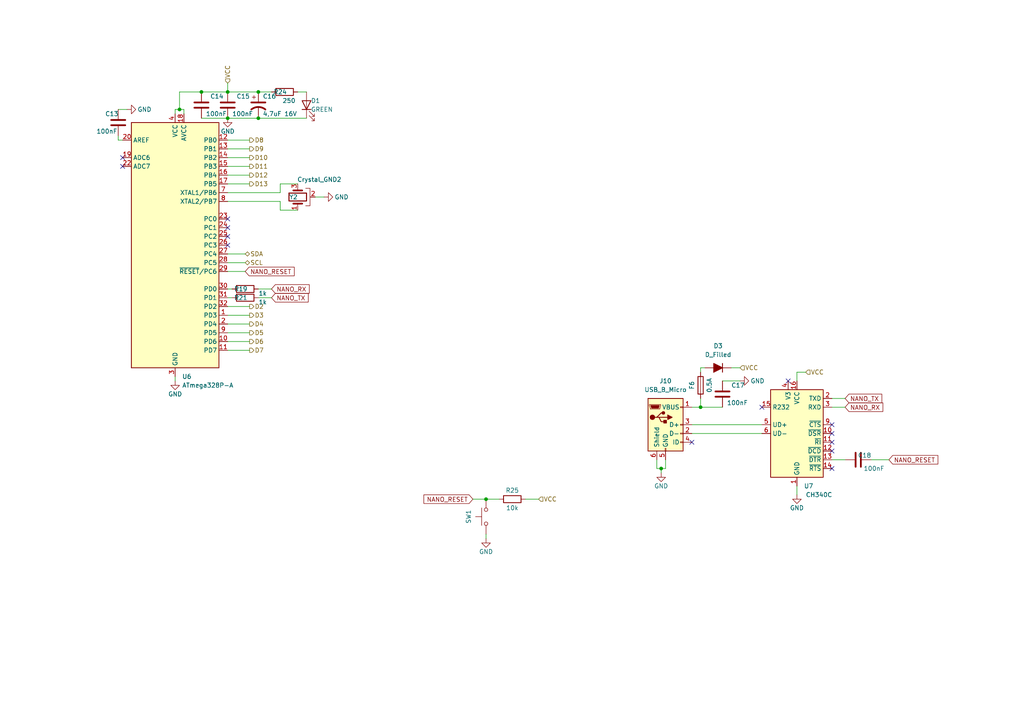
<source format=kicad_sch>
(kicad_sch (version 20211123) (generator eeschema)
  (paper "A4")
  (lib_symbols
    (symbol "Connector:USB_B_Micro" (pin_names (offset 1.016))
      (property "Reference" "J" (at -5.08 11.43 0))
      (property "Value" "USB_B_Micro" (at -5.08 8.89 0))
      (symbol "USB_B_Micro_0_1"
        (rectangle (start -5.08 -7.62) (end 5.08 7.62) (stroke (width 0.254)) (fill (type background)))
        (circle (center -3.81 2.159) (radius 0.635) (stroke (width 0.254)) (fill (type outline)))
        (circle (center -0.635 3.429) (radius 0.381) (stroke (width 0.254)) (fill (type outline)))
        (rectangle (start -0.127 -7.62) (end 0.127 -6.858))
        (polyline (pts (xy -1.905 2.159) (xy 0.635 2.159)) (stroke (width 0.254)))
        (polyline (pts (xy -3.175 2.159) (xy -2.54 2.159) (xy -1.27 3.429) (xy -0.635 3.429)) (stroke (width 0.254)))
        (polyline (pts (xy -2.54 2.159) (xy -1.905 2.159) (xy -1.27 0.889) (xy 0 0.889)) (stroke (width 0.254)))
        (polyline (pts (xy 0.635 2.794) (xy 0.635 1.524) (xy 1.905 2.159) (xy 0.635 2.794)) (stroke (width 0.254)) (fill (type outline)))
        (polyline (pts (xy -4.318 5.588) (xy -1.778 5.588) (xy -2.032 4.826) (xy -4.064 4.826) (xy -4.318 5.588)) (fill (type outline)))
        (polyline (pts (xy -4.699 5.842) (xy -4.699 5.588) (xy -4.445 4.826) (xy -4.445 4.572) (xy -1.651 4.572) (xy -1.651 4.826) (xy -1.397 5.588) (xy -1.397 5.842) (xy -4.699 5.842)))
        (rectangle (start 0.254 1.27) (end -0.508 0.508) (stroke (width 0.254)) (fill (type outline)))
        (rectangle (start 5.08 -5.207) (end 4.318 -4.953))
        (rectangle (start 5.08 -2.667) (end 4.318 -2.413))
        (rectangle (start 5.08 -0.127) (end 4.318 0.127))
        (rectangle (start 5.08 4.953) (end 4.318 5.207))
      )
      (symbol "USB_B_Micro_1_1"
        (pin power_out line (at 7.62 5.08 180) (length 2.54) (name "VBUS") (number "1"))
        (pin bidirectional line (at 7.62 -2.54 180) (length 2.54) (name "D-") (number "2"))
        (pin bidirectional line (at 7.62 0 180) (length 2.54) (name "D+") (number "3"))
        (pin passive line (at 7.62 -5.08 180) (length 2.54) (name "ID") (number "4"))
        (pin power_out line (at 0 -10.16 90) (length 2.54) (name "GND") (number "5"))
        (pin passive line (at -2.54 -10.16 90) (length 2.54) (name "Shield") (number "6"))
      )
    )
    (symbol "Device:C" (pin_numbers hide) (pin_names (offset 0.254))
      (property "Reference" "C" (at 0.635 2.54 0))
      (property "Value" "C" (at 0.635 -2.54 0))
      (symbol "C_0_1"
        (polyline (pts (xy -2.032 -0.762) (xy 2.032 -0.762)) (stroke (width 0.508)))
        (polyline (pts (xy -2.032 0.762) (xy 2.032 0.762)) (stroke (width 0.508)))
      )
      (symbol "C_1_1"
        (pin passive line (at 0 3.81 270) (length 2.794) (name "~") (number "1"))
        (pin passive line (at 0 -3.81 90) (length 2.794) (name "~") (number "2"))
      )
    )
    (symbol "Device:C_Polarized_US" (pin_numbers hide) (pin_names (offset 0.254) hide)
      (property "Reference" "C" (at 0.635 2.54 0))
      (property "Value" "C_Polarized_US" (at 0.635 -2.54 0))
      (symbol "C_Polarized_US_0_1"
        (polyline (pts (xy -2.032 0.762) (xy 2.032 0.762)) (stroke (width 0.508)))
        (polyline (pts (xy -1.778 2.286) (xy -0.762 2.286)))
        (polyline (pts (xy -1.27 1.778) (xy -1.27 2.794)))
        (arc (start 2.032 -1.27) (mid 0 -0.5572) (end -2.032 -1.27) (stroke (width 0.508)))
      )
      (symbol "C_Polarized_US_1_1"
        (pin passive line (at 0 3.81 270) (length 2.794) (name "~") (number "1"))
        (pin passive line (at 0 -3.81 90) (length 3.302) (name "~") (number "2"))
      )
    )
    (symbol "Device:Crystal_GND2" (pin_names (offset 1.016) hide)
      (property "Reference" "Y" (at 0 5.715 0))
      (property "Value" "Crystal_GND2" (at 0 3.81 0))
      (symbol "Crystal_GND2_0_1"
        (rectangle (start -1.143 2.54) (end 1.143 -2.54) (stroke (width 0.3048)))
        (polyline (pts (xy -2.54 0) (xy -1.905 0)))
        (polyline (pts (xy -1.905 -1.27) (xy -1.905 1.27)) (stroke (width 0.508)))
        (polyline (pts (xy 0 -3.81) (xy 0 -3.556)))
        (polyline (pts (xy 1.905 0) (xy 2.54 0)))
        (polyline (pts (xy 1.905 1.27) (xy 1.905 -1.27)) (stroke (width 0.508)))
        (polyline (pts (xy -2.54 -2.286) (xy -2.54 -3.556) (xy 2.54 -3.556) (xy 2.54 -2.286)))
      )
      (symbol "Crystal_GND2_1_1"
        (pin passive line (at -3.81 0 0) (length 1.27) (name "1") (number "1"))
        (pin passive line (at 0 -5.08 90) (length 1.27) (name "2") (number "2"))
        (pin passive line (at 3.81 0 180) (length 1.27) (name "3") (number "3"))
      )
    )
    (symbol "Device:D_Filled" (pin_numbers hide) (pin_names (offset 1.016) hide)
      (property "Reference" "D" (at 0 2.54 0))
      (property "Value" "D_Filled" (at 0 -2.54 0))
      (symbol "D_Filled_0_1"
        (polyline (pts (xy -1.27 1.27) (xy -1.27 -1.27)) (stroke (width 0.254)))
        (polyline (pts (xy 1.27 0) (xy -1.27 0)))
        (polyline (pts (xy 1.27 1.27) (xy 1.27 -1.27) (xy -1.27 0) (xy 1.27 1.27)) (stroke (width 0.254)) (fill (type outline)))
      )
      (symbol "D_Filled_1_1"
        (pin passive line (at -3.81 0 0) (length 2.54) (name "K") (number "1"))
        (pin passive line (at 3.81 0 180) (length 2.54) (name "A") (number "2"))
      )
    )
    (symbol "Device:Fuse" (pin_numbers hide) (pin_names (offset 0))
      (property "Reference" "F" (at 2.032 0 90))
      (property "Value" "Fuse" (at -1.905 0 90))
      (symbol "Fuse_0_1"
        (rectangle (start -0.762 -2.54) (end 0.762 2.54) (stroke (width 0.254)))
        (polyline (pts (xy 0 2.54) (xy 0 -2.54)))
      )
      (symbol "Fuse_1_1"
        (pin passive line (at 0 3.81 270) (length 1.27) (name "~") (number "1"))
        (pin passive line (at 0 -3.81 90) (length 1.27) (name "~") (number "2"))
      )
    )
    (symbol "Device:LED" (pin_numbers hide) (pin_names (offset 1.016) hide)
      (property "Reference" "D" (at 0 2.54 0))
      (property "Value" "LED" (at 0 -2.54 0))
      (symbol "LED_0_1"
        (polyline (pts (xy -1.27 -1.27) (xy -1.27 1.27)) (stroke (width 0.254)))
        (polyline (pts (xy -1.27 0) (xy 1.27 0)))
        (polyline (pts (xy 1.27 -1.27) (xy 1.27 1.27) (xy -1.27 0) (xy 1.27 -1.27)) (stroke (width 0.254)))
        (polyline (pts (xy -3.048 -0.762) (xy -4.572 -2.286) (xy -3.81 -2.286) (xy -4.572 -2.286) (xy -4.572 -1.524)))
        (polyline (pts (xy -1.778 -0.762) (xy -3.302 -2.286) (xy -2.54 -2.286) (xy -3.302 -2.286) (xy -3.302 -1.524)))
      )
      (symbol "LED_1_1"
        (pin passive line (at -3.81 0 0) (length 2.54) (name "K") (number "1"))
        (pin passive line (at 3.81 0 180) (length 2.54) (name "A") (number "2"))
      )
    )
    (symbol "Device:R" (pin_numbers hide) (pin_names (offset 0))
      (property "Reference" "R" (at 2.032 0 90))
      (property "Value" "R" (at 0 0 90))
      (symbol "R_0_1"
        (rectangle (start -1.016 -2.54) (end 1.016 2.54) (stroke (width 0.254)))
      )
      (symbol "R_1_1"
        (pin passive line (at 0 3.81 270) (length 1.27) (name "~") (number "1"))
        (pin passive line (at 0 -3.81 90) (length 1.27) (name "~") (number "2"))
      )
    )
    (symbol "Interface_USB:CH340C"
      (property "Reference" "U" (at -5.08 13.97 0))
      (property "Value" "CH340C" (at 1.27 13.97 0))
      (symbol "CH340C_0_1"
        (rectangle (start -7.62 12.7) (end 7.62 -12.7) (stroke (width 0.254)) (fill (type background)))
      )
      (symbol "CH340C_1_1"
        (pin power_in line (at 0 -15.24 90) (length 2.54) (name "GND") (number "1"))
        (pin input line (at 10.16 0 180) (length 2.54) (name "~{DSR}") (number "10"))
        (pin input line (at 10.16 -2.54 180) (length 2.54) (name "~{RI}") (number "11"))
        (pin input line (at 10.16 -5.08 180) (length 2.54) (name "~{DCD}") (number "12"))
        (pin output line (at 10.16 -7.62 180) (length 2.54) (name "~{DTR}") (number "13"))
        (pin output line (at 10.16 -10.16 180) (length 2.54) (name "~{RTS}") (number "14"))
        (pin input line (at -10.16 7.62 0) (length 2.54) (name "R232") (number "15"))
        (pin power_in line (at 0 15.24 270) (length 2.54) (name "VCC") (number "16"))
        (pin output line (at 10.16 10.16 180) (length 2.54) (name "TXD") (number "2"))
        (pin input line (at 10.16 7.62 180) (length 2.54) (name "RXD") (number "3"))
        (pin passive line (at -2.54 15.24 270) (length 2.54) (name "V3") (number "4"))
        (pin bidirectional line (at -10.16 2.54 0) (length 2.54) (name "UD+") (number "5"))
        (pin bidirectional line (at -10.16 0 0) (length 2.54) (name "UD-") (number "6"))
        (pin no_connect line (at -7.62 -7.62 0) (length 2.54) hide (name "NC") (number "7"))
        (pin no_connect line (at -7.62 -10.16 0) (length 2.54) hide (name "NC") (number "8"))
        (pin input line (at 10.16 2.54 180) (length 2.54) (name "~{CTS}") (number "9"))
      )
    )
    (symbol "MCU_Microchip_ATmega:ATmega328P-A"
      (property "Reference" "U" (at -12.7 36.83 0))
      (property "Value" "ATmega328P-A" (at 2.54 -36.83 0))
      (symbol "ATmega328P-A_0_1"
        (rectangle (start -12.7 -35.56) (end 12.7 35.56) (stroke (width 0.254)) (fill (type background)))
      )
      (symbol "ATmega328P-A_1_1"
        (pin bidirectional line (at 15.24 -20.32 180) (length 2.54) (name "PD3") (number "1"))
        (pin bidirectional line (at 15.24 -27.94 180) (length 2.54) (name "PD6") (number "10"))
        (pin bidirectional line (at 15.24 -30.48 180) (length 2.54) (name "PD7") (number "11"))
        (pin bidirectional line (at 15.24 30.48 180) (length 2.54) (name "PB0") (number "12"))
        (pin bidirectional line (at 15.24 27.94 180) (length 2.54) (name "PB1") (number "13"))
        (pin bidirectional line (at 15.24 25.4 180) (length 2.54) (name "PB2") (number "14"))
        (pin bidirectional line (at 15.24 22.86 180) (length 2.54) (name "PB3") (number "15"))
        (pin bidirectional line (at 15.24 20.32 180) (length 2.54) (name "PB4") (number "16"))
        (pin bidirectional line (at 15.24 17.78 180) (length 2.54) (name "PB5") (number "17"))
        (pin power_in line (at 2.54 38.1 270) (length 2.54) (name "AVCC") (number "18"))
        (pin input line (at -15.24 25.4 0) (length 2.54) (name "ADC6") (number "19"))
        (pin bidirectional line (at 15.24 -22.86 180) (length 2.54) (name "PD4") (number "2"))
        (pin passive line (at -15.24 30.48 0) (length 2.54) (name "AREF") (number "20"))
        (pin passive line (at 0 -38.1 90) (length 2.54) hide (name "GND") (number "21"))
        (pin input line (at -15.24 22.86 0) (length 2.54) (name "ADC7") (number "22"))
        (pin bidirectional line (at 15.24 7.62 180) (length 2.54) (name "PC0") (number "23"))
        (pin bidirectional line (at 15.24 5.08 180) (length 2.54) (name "PC1") (number "24"))
        (pin bidirectional line (at 15.24 2.54 180) (length 2.54) (name "PC2") (number "25"))
        (pin bidirectional line (at 15.24 0 180) (length 2.54) (name "PC3") (number "26"))
        (pin bidirectional line (at 15.24 -2.54 180) (length 2.54) (name "PC4") (number "27"))
        (pin bidirectional line (at 15.24 -5.08 180) (length 2.54) (name "PC5") (number "28"))
        (pin bidirectional line (at 15.24 -7.62 180) (length 2.54) (name "~{RESET}/PC6") (number "29"))
        (pin power_in line (at 0 -38.1 90) (length 2.54) (name "GND") (number "3"))
        (pin bidirectional line (at 15.24 -12.7 180) (length 2.54) (name "PD0") (number "30"))
        (pin bidirectional line (at 15.24 -15.24 180) (length 2.54) (name "PD1") (number "31"))
        (pin bidirectional line (at 15.24 -17.78 180) (length 2.54) (name "PD2") (number "32"))
        (pin power_in line (at 0 38.1 270) (length 2.54) (name "VCC") (number "4"))
        (pin passive line (at 0 -38.1 90) (length 2.54) hide (name "GND") (number "5"))
        (pin passive line (at 0 38.1 270) (length 2.54) hide (name "VCC") (number "6"))
        (pin bidirectional line (at 15.24 15.24 180) (length 2.54) (name "XTAL1/PB6") (number "7"))
        (pin bidirectional line (at 15.24 12.7 180) (length 2.54) (name "XTAL2/PB7") (number "8"))
        (pin bidirectional line (at 15.24 -25.4 180) (length 2.54) (name "PD5") (number "9"))
      )
    )
    (symbol "Switch:SW_Push" (pin_numbers hide) (pin_names (offset 1.016) hide)
      (property "Reference" "SW" (at 1.27 2.54 0))
      (property "Value" "SW_Push" (at 0 -1.524 0))
      (symbol "SW_Push_0_1"
        (circle (center -2.032 0) (radius 0.508))
        (polyline (pts (xy 0 1.27) (xy 0 3.048)))
        (polyline (pts (xy 2.54 1.27) (xy -2.54 1.27)))
        (circle (center 2.032 0) (radius 0.508))
        (pin passive line (at -5.08 0 0) (length 2.54) (name "1") (number "1"))
        (pin passive line (at 5.08 0 180) (length 2.54) (name "2") (number "2"))
      )
    )
    (symbol "power:GND" (power) (pin_names (offset 0))
      (property "Value" "GND" (at 0 -3.81 0))
      (symbol "GND_0_1"
        (polyline (pts (xy 0 0) (xy 0 -1.27) (xy 1.27 -1.27) (xy 0 -2.54) (xy -1.27 -1.27) (xy 0 -1.27)))
      )
      (symbol "GND_1_1"
        (pin power_in line (at 0 0 270) (length 0) hide (name "GND") (number "1"))
      )
    )
  )
  (junction (at 52.07 31.75))
  (junction (at 203.2 118.11))
  (junction (at 66.04 34.29))
  (junction (at 191.77 135.89))
  (junction (at 66.04 26.67))
  (junction (at 74.93 26.67))
  (junction (at 74.93 34.29))
  (junction (at 140.97 144.78))
  (junction (at 58.42 26.67))
  (no_connect (at 241.3 125.73))
  (no_connect (at 241.3 123.19))
  (no_connect (at 241.3 135.89))
  (no_connect (at 241.3 130.81))
  (no_connect (at 241.3 128.27))
  (no_connect (at 220.98 118.11))
  (no_connect (at 66.04 63.5))
  (no_connect (at 66.04 66.04))
  (no_connect (at 66.04 71.12))
  (no_connect (at 66.04 68.58))
  (no_connect (at 200.66 128.27))
  (no_connect (at 228.6 110.49))
  (no_connect (at 35.56 45.72))
  (no_connect (at 35.56 48.26))
  (wire (pts (xy 252.73 133.35) (xy 257.81 133.35)))
  (wire (pts (xy 71.12 78.74) (xy 66.04 78.74)))
  (wire (pts (xy 74.93 26.67) (xy 78.74 26.67)))
  (wire (pts (xy 86.36 26.67) (xy 88.9 26.67)))
  (wire (pts (xy 137.16 144.78) (xy 140.97 144.78)))
  (wire (pts (xy 66.04 45.72) (xy 72.39 45.72)))
  (wire (pts (xy 34.29 31.75) (xy 36.83 31.75)))
  (wire (pts (xy 212.09 106.68) (xy 214.63 106.68)))
  (wire (pts (xy 156.21 144.78) (xy 152.4 144.78)))
  (wire (pts (xy 241.3 133.35) (xy 245.11 133.35)))
  (wire (pts (xy 74.93 34.29) (xy 88.9 34.29)))
  (wire (pts (xy 241.3 118.11) (xy 245.11 118.11)))
  (wire (pts (xy 66.04 55.88) (xy 81.28 55.88)))
  (wire (pts (xy 66.04 101.6) (xy 72.39 101.6)))
  (wire (pts (xy 140.97 156.21) (xy 140.97 154.94)))
  (wire (pts (xy 66.04 99.06) (xy 72.39 99.06)))
  (wire (pts (xy 81.28 58.42) (xy 81.28 60.96)))
  (wire (pts (xy 231.14 143.51) (xy 231.14 140.97)))
  (wire (pts (xy 203.2 106.68) (xy 204.47 106.68)))
  (wire (pts (xy 66.04 43.18) (xy 72.39 43.18)))
  (wire (pts (xy 191.77 137.16) (xy 191.77 135.89)))
  (wire (pts (xy 200.66 123.19) (xy 220.98 123.19)))
  (wire (pts (xy 50.8 33.02) (xy 50.8 31.75)))
  (wire (pts (xy 66.04 93.98) (xy 72.39 93.98)))
  (wire (pts (xy 91.44 57.15) (xy 93.98 57.15)))
  (wire (pts (xy 66.04 76.2) (xy 71.12 76.2)))
  (wire (pts (xy 50.8 110.49) (xy 50.8 109.22)))
  (wire (pts (xy 203.2 107.95) (xy 203.2 106.68)))
  (wire (pts (xy 66.04 91.44) (xy 72.39 91.44)))
  (wire (pts (xy 50.8 31.75) (xy 52.07 31.75)))
  (wire (pts (xy 58.42 26.67) (xy 66.04 26.67)))
  (wire (pts (xy 190.5 135.89) (xy 191.77 135.89)))
  (wire (pts (xy 81.28 53.34) (xy 86.36 53.34)))
  (wire (pts (xy 74.93 86.36) (xy 78.74 86.36)))
  (wire (pts (xy 53.34 31.75) (xy 53.34 33.02)))
  (wire (pts (xy 231.14 107.95) (xy 231.14 110.49)))
  (wire (pts (xy 67.31 83.82) (xy 66.04 83.82)))
  (wire (pts (xy 140.97 144.78) (xy 144.78 144.78)))
  (wire (pts (xy 58.42 34.29) (xy 66.04 34.29)))
  (wire (pts (xy 191.77 135.89) (xy 193.04 135.89)))
  (wire (pts (xy 67.31 86.36) (xy 66.04 86.36)))
  (wire (pts (xy 203.2 118.11) (xy 209.55 118.11)))
  (wire (pts (xy 66.04 34.29) (xy 74.93 34.29)))
  (wire (pts (xy 200.66 125.73) (xy 220.98 125.73)))
  (wire (pts (xy 52.07 26.67) (xy 58.42 26.67)))
  (wire (pts (xy 66.04 50.8) (xy 72.39 50.8)))
  (wire (pts (xy 34.29 39.37) (xy 34.29 40.64)))
  (wire (pts (xy 190.5 133.35) (xy 190.5 135.89)))
  (wire (pts (xy 66.04 53.34) (xy 72.39 53.34)))
  (wire (pts (xy 66.04 96.52) (xy 72.39 96.52)))
  (wire (pts (xy 81.28 53.34) (xy 81.28 55.88)))
  (wire (pts (xy 241.3 115.57) (xy 245.11 115.57)))
  (wire (pts (xy 66.04 88.9) (xy 72.39 88.9)))
  (wire (pts (xy 74.93 83.82) (xy 78.74 83.82)))
  (wire (pts (xy 86.36 60.96) (xy 81.28 60.96)))
  (wire (pts (xy 193.04 133.35) (xy 193.04 135.89)))
  (wire (pts (xy 66.04 26.67) (xy 74.93 26.67)))
  (wire (pts (xy 66.04 58.42) (xy 81.28 58.42)))
  (wire (pts (xy 203.2 115.57) (xy 203.2 118.11)))
  (wire (pts (xy 233.68 107.95) (xy 231.14 107.95)))
  (wire (pts (xy 66.04 24.13) (xy 66.04 26.67)))
  (wire (pts (xy 200.66 118.11) (xy 203.2 118.11)))
  (wire (pts (xy 209.55 110.49) (xy 214.63 110.49)))
  (wire (pts (xy 35.56 40.64) (xy 34.29 40.64)))
  (wire (pts (xy 66.04 48.26) (xy 72.39 48.26)))
  (wire (pts (xy 66.04 40.64) (xy 72.39 40.64)))
  (wire (pts (xy 66.04 73.66) (xy 71.12 73.66)))
  (wire (pts (xy 52.07 31.75) (xy 53.34 31.75)))
  (wire (pts (xy 52.07 31.75) (xy 52.07 26.67)))
  (global_label "NANO_RESET" (shape input) (at 71.12 78.74 0) (property "Intersheet References" "${INTERSHEET_REFS}" (effects hide)))
  (global_label "NANO_RX" (shape input) (at 78.74 83.82 0) (property "Intersheet References" "${INTERSHEET_REFS}" (effects hide)))
  (global_label "NANO_RESET" (shape input) (at 257.81 133.35 0) (property "Intersheet References" "${INTERSHEET_REFS}" (effects hide)))
  (global_label "NANO_RX" (shape input) (at 245.11 118.11 0) (property "Intersheet References" "${INTERSHEET_REFS}" (effects hide)))
  (global_label "NANO_TX" (shape input) (at 78.74 86.36 0) (property "Intersheet References" "${INTERSHEET_REFS}" (effects hide)))
  (global_label "NANO_TX" (shape input) (at 245.11 115.57 0) (property "Intersheet References" "${INTERSHEET_REFS}" (effects hide)))
  (global_label "NANO_RESET" (shape input) (at 137.16 144.78 180) (property "Intersheet References" "${INTERSHEET_REFS}" (effects hide)))
  (hierarchical_label "D9" (shape output) (at 72.39 43.18 0))
  (hierarchical_label "D4" (shape output) (at 72.39 93.98 0))
  (hierarchical_label "SCL" (shape bidirectional) (at 71.12 76.2 0))
  (hierarchical_label "D6" (shape output) (at 72.39 99.06 0))
  (hierarchical_label "D3" (shape output) (at 72.39 91.44 0))
  (hierarchical_label "VCC" (shape input) (at 156.21 144.78 0))
  (hierarchical_label "D12" (shape output) (at 72.39 50.8 0))
  (hierarchical_label "VCC" (shape input) (at 233.68 107.95 0))
  (hierarchical_label "VCC" (shape input) (at 66.04 24.13 90))
  (hierarchical_label "SDA" (shape bidirectional) (at 71.12 73.66 0))
  (hierarchical_label "D8" (shape output) (at 72.39 40.64 0))
  (hierarchical_label "D10" (shape output) (at 72.39 45.72 0))
  (hierarchical_label "D13" (shape output) (at 72.39 53.34 0))
  (hierarchical_label "D5" (shape output) (at 72.39 96.52 0))
  (hierarchical_label "D2" (shape output) (at 72.39 88.9 0))
  (hierarchical_label "VCC" (shape input) (at 214.63 106.68 0))
  (hierarchical_label "D11" (shape output) (at 72.39 48.26 0))
  (hierarchical_label "D7" (shape output) (at 72.39 101.6 0))
  (symbol (lib_id "power:GND") (at 36.83 31.75 90) (unit 1)
    (property "Reference" "#PWR0135" (effects hide))
    (property "Value" "GND" (at 41.91 31.75 90))
  )
  (symbol (lib_id "Switch:SW_Push") (at 140.97 149.86 90) (unit 1)
    (property "Reference" "SW1" (at 135.89 149.86 0))
    (property "Value" "SW_Push" (effects hide))
    (property "Footprint" "Button_Switch_SMD:SW_SPST_CK_RS282G05A3" (effects hide))
  )
  (symbol (lib_id "Device:C") (at 58.42 30.48 0) (unit 1)
    (property "Reference" "C14" (at 60.96 27.94 0) (effects (justify left)))
    (property "Value" "100nF" (at 59.69 33.02 0) (effects (justify left)))
    (property "Footprint" "Capacitor_SMD:C_0603_1608Metric" (effects hide))
  )
  (symbol (lib_id "Device:C") (at 66.04 30.48 0) (unit 1)
    (property "Reference" "C15" (at 68.58 27.94 0) (effects (justify left)))
    (property "Value" "100nF" (at 67.31 33.02 0) (effects (justify left)))
    (property "Footprint" "Capacitor_SMD:C_0603_1608Metric" (effects hide))
  )
  (symbol (lib_id "MCU_Microchip_ATmega:ATmega328P-A") (at 50.8 71.12 0) (unit 1)
    (property "Reference" "U6" (at 52.8194 109.22 0) (effects (justify left)))
    (property "Value" "ATmega328P-A" (at 52.8194 111.76 0) (effects (justify left)))
    (property "Footprint" "Package_QFP:TQFP-32_7x7mm_P0.8mm" (effects hide))
    (property "Datasheet" "http://ww1.microchip.com/downloads/en/DeviceDoc/ATmega328_P%20AVR%20MCU%20with%20picoPower%20Technology%20Data%20Sheet%2040001984A.pdf" (effects hide))
  )
  (symbol (lib_id "Device:C") (at 248.92 133.35 90) (unit 1)
    (property "Reference" "C18" (at 252.73 132.08 90) (effects (justify left)))
    (property "Value" "100nF" (at 256.54 135.89 90) (effects (justify left)))
    (property "Footprint" "Capacitor_SMD:C_0603_1608Metric" (effects hide))
  )
  (symbol (lib_id "Device:Fuse") (at 203.2 111.76 180) (unit 1)
    (property "Reference" "F6" (at 200.66 111.76 90))
    (property "Value" "0.5A" (at 205.74 111.76 90))
    (property "Footprint" "Fuse:Fuse_1206_3216Metric" (effects hide))
  )
  (symbol (lib_id "Device:R") (at 71.12 86.36 90) (unit 1)
    (property "Reference" "R21" (at 69.85 86.36 90))
    (property "Value" "1k" (at 76.2 87.63 90))
    (property "Footprint" "Resistor_SMD:R_0603_1608Metric" (effects hide))
  )
  (symbol (lib_id "Device:LED") (at 88.9 30.48 90) (unit 1)
    (property "Reference" "D1" (at 90.17 29.21 90) (effects (justify right)))
    (property "Value" "GREEN" (at 90.17 31.75 90) (effects (justify right)))
    (property "Footprint" "LED_SMD:LED_0805_2012Metric_Pad1.15x1.40mm_HandSolder" (effects hide))
  )
  (symbol (lib_id "power:GND") (at 214.63 110.49 90) (unit 1)
    (property "Reference" "#PWR0139" (effects hide))
    (property "Value" "GND" (at 219.71 110.49 90))
  )
  (symbol (lib_id "Device:R") (at 71.12 83.82 90) (unit 1)
    (property "Reference" "R19" (at 69.85 83.82 90))
    (property "Value" "1k" (at 76.2 85.09 90))
    (property "Footprint" "Resistor_SMD:R_0603_1608Metric" (effects hide))
  )
  (symbol (lib_id "power:GND") (at 50.8 110.49 0) (unit 1)
    (property "Reference" "#PWR0142" (effects hide))
    (property "Value" "GND" (at 50.8 114.3 0))
  )
  (symbol (lib_id "Device:D_Filled") (at 208.28 106.68 180) (unit 1)
    (property "Reference" "D3" (at 208.28 100.33 0))
    (property "Value" "D_Filled" (at 208.28 102.87 0))
    (property "Footprint" "Diode_SMD:D_1206_3216Metric_Pad1.42x1.75mm_HandSolder" (effects hide))
  )
  (symbol (lib_id "Device:C") (at 34.29 35.56 0) (unit 1)
    (property "Reference" "C13" (at 30.48 33.02 0) (effects (justify left)))
    (property "Value" "100nF" (at 27.94 38.1 0) (effects (justify left)))
    (property "Footprint" "Capacitor_SMD:C_0603_1608Metric" (effects hide))
  )
  (symbol (lib_id "power:GND") (at 140.97 156.21 0) (unit 1)
    (property "Reference" "#PWR0141" (effects hide))
    (property "Value" "GND" (at 140.97 160.02 0))
  )
  (symbol (lib_id "Device:Crystal_GND2") (at 86.36 57.15 90) (unit 1)
    (property "Reference" "Y2" (at 86.36 57.15 90) (effects (justify left)))
    (property "Value" "Crystal_GND2" (at 99.06 52.07 90) (effects (justify left)))
    (property "Footprint" "Crystal:Resonator_SMD_Murata_CSTxExxV-3Pin_3.0x1.1mm_HandSoldering" (effects hide))
  )
  (symbol (lib_id "power:GND") (at 191.77 137.16 0) (unit 1)
    (property "Reference" "#PWR0140" (effects hide))
    (property "Value" "GND" (at 191.77 140.97 0))
  )
  (symbol (lib_id "power:GND") (at 93.98 57.15 90) (unit 1)
    (property "Reference" "#PWR0143" (effects hide))
    (property "Value" "GND" (at 99.06 57.15 90))
  )
  (symbol (lib_id "Connector:USB_B_Micro") (at 193.04 123.19 0) (unit 1)
    (property "Reference" "J10" (at 193.04 110.49 0))
    (property "Value" "USB_B_Micro" (at 193.04 113.03 0))
    (property "Footprint" "Connector_USB:USB_Micro-B_Molex_47346-0001" (effects hide))
  )
  (symbol (lib_id "Device:R") (at 82.55 26.67 90) (unit 1)
    (property "Reference" "R24" (at 81.28 26.67 90))
    (property "Value" "250" (at 83.82 29.21 90))
    (property "Footprint" "Resistor_SMD:R_0603_1608Metric" (effects hide))
  )
  (symbol (lib_id "Device:C_Polarized_US") (at 74.93 30.48 0) (unit 1)
    (property "Reference" "C16" (at 76.2 27.94 0) (effects (justify left)))
    (property "Value" "4,7uF 16V" (at 76.2 33.02 0) (effects (justify left)))
    (property "Footprint" "Capacitor_SMD:C_1206_3216Metric" (effects hide))
  )
  (symbol (lib_id "Interface_USB:CH340C") (at 231.14 125.73 0) (unit 1)
    (property "Reference" "U7" (at 233.1594 140.97 0) (effects (justify left)))
    (property "Value" "CH340C" (at 233.68 143.51 0) (effects (justify left)))
    (property "Footprint" "Package_SO:SOIC-16_3.9x9.9mm_P1.27mm" (effects hide))
    (property "Datasheet" "https://datasheet.lcsc.com/szlcsc/Jiangsu-Qin-Heng-CH340C_C84681.pdf" (effects hide))
  )
  (symbol (lib_id "power:GND") (at 231.14 143.51 0) (unit 1)
    (property "Reference" "#PWR0137" (effects hide))
    (property "Value" "GND" (at 231.14 147.32 0))
  )
  (symbol (lib_id "power:GND") (at 66.04 34.29 0) (unit 1)
    (property "Reference" "#PWR0136" (effects hide))
    (property "Value" "GND" (at 66.04 38.1 0))
  )
  (symbol (lib_id "Device:C") (at 209.55 114.3 0) (unit 1)
    (property "Reference" "C17" (at 212.09 111.76 0) (effects (justify left)))
    (property "Value" "100nF" (at 210.82 116.84 0) (effects (justify left)))
    (property "Footprint" "Capacitor_SMD:C_0603_1608Metric" (effects hide))
  )
  (symbol (lib_id "Device:R") (at 148.59 144.78 90) (unit 1)
    (property "Reference" "R25" (at 148.59 142.24 90))
    (property "Value" "10k" (at 148.59 147.32 90))
    (property "Footprint" "Resistor_SMD:R_0603_1608Metric" (effects hide))
  )
)
</source>
